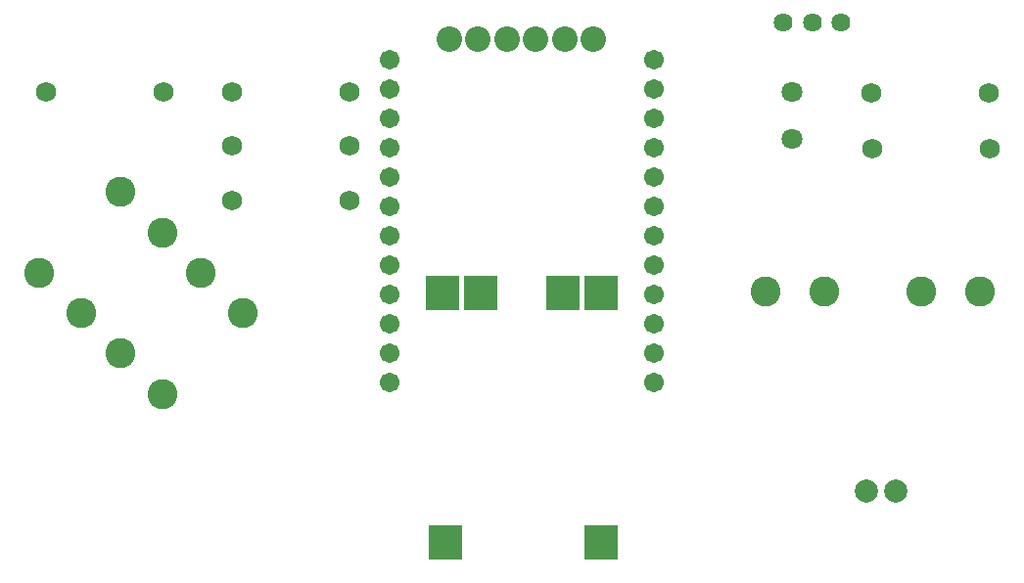
<source format=gbs>
G04 Layer: BottomSolderMaskLayer*
G04 EasyEDA v6.4.19.5, 2021-06-24T18:33:29+08:00*
G04 aead1162afaa444bbc7f75adb803ea33,99b1a7aa48a248eb80d1c8c93250a523,10*
G04 Gerber Generator version 0.2*
G04 Scale: 100 percent, Rotated: No, Reflected: No *
G04 Dimensions in millimeters *
G04 leading zeros omitted , absolute positions ,4 integer and 5 decimal *
%FSLAX45Y45*%
%MOMM*%

%ADD24C,1.6256*%
%ADD25C,1.7272*%
%ADD27C,2.0032*%
%ADD28C,1.8032*%
%ADD29C,2.6032*%
%ADD30C,1.7032*%
%ADD31C,2.2032*%

%LPD*%
D24*
G01*
X7831912Y14122400D03*
G01*
X7581900Y14122400D03*
G01*
X7331913Y14122400D03*
D25*
G01*
X8089900Y13512800D03*
G01*
X9105900Y13512800D03*
G01*
X8102600Y13030200D03*
G01*
X9118600Y13030200D03*
G36*
X5608065Y9481312D02*
G01*
X5608065Y9771634D01*
X5898134Y9771634D01*
X5898134Y9481312D01*
G37*
G36*
X4261865Y9481312D02*
G01*
X4261865Y9771634D01*
X4551934Y9771634D01*
X4551934Y9481312D01*
G37*
G36*
X4236465Y11640312D02*
G01*
X4236465Y11930634D01*
X4526534Y11930634D01*
X4526534Y11640312D01*
G37*
G36*
X5608065Y11640312D02*
G01*
X5608065Y11930634D01*
X5898134Y11930634D01*
X5898134Y11640312D01*
G37*
G36*
X4566665Y11640312D02*
G01*
X4566665Y11930634D01*
X4856734Y11930634D01*
X4856734Y11640312D01*
G37*
G36*
X5277865Y11640312D02*
G01*
X5277865Y11930634D01*
X5567934Y11930634D01*
X5567934Y11640312D01*
G37*
D27*
G01*
X8305800Y10071100D03*
G01*
X8051800Y10071100D03*
D25*
G01*
X1968500Y13525500D03*
G01*
X952500Y13525500D03*
G01*
X3581400Y13525500D03*
G01*
X2565400Y13525500D03*
G01*
X3581400Y12585700D03*
G01*
X2565400Y12585700D03*
G01*
X3581400Y13055600D03*
G01*
X2565400Y13055600D03*
D28*
G01*
X7404100Y13522197D03*
G01*
X7404100Y13122402D03*
D29*
G01*
X1960702Y12307646D03*
G01*
X1595297Y12660553D03*
G01*
X1960702Y10910646D03*
G01*
X1595297Y11263553D03*
G01*
X2659227Y11609146D03*
G01*
X2293772Y11962053D03*
G01*
X1262202Y11609146D03*
G01*
X896797Y11962053D03*
G01*
X7683500Y11798300D03*
G01*
X7175500Y11798300D03*
G01*
X9029700Y11798300D03*
G01*
X8521700Y11798300D03*
D30*
G01*
X3924300Y13804900D03*
G01*
X3924300Y13550900D03*
G01*
X3924300Y13296900D03*
G01*
X3924300Y13042900D03*
G01*
X3924300Y12788900D03*
G01*
X3924300Y12534900D03*
G01*
X3924300Y12280900D03*
G01*
X3924300Y12026900D03*
G01*
X3924300Y11772900D03*
G01*
X3924300Y11518900D03*
G01*
X3924300Y11264900D03*
G01*
X3924300Y11010900D03*
G01*
X6210300Y13804900D03*
G01*
X6210300Y13550900D03*
G01*
X6210300Y13296900D03*
G01*
X6210300Y13042900D03*
G01*
X6210300Y12788900D03*
G01*
X6210300Y12534900D03*
G01*
X6210300Y12280900D03*
G01*
X6210300Y11772900D03*
G01*
X6210300Y12026900D03*
G01*
X6210300Y11518900D03*
G01*
X6210300Y11264900D03*
G01*
X6210300Y11010900D03*
D31*
G01*
X5689600Y13982700D03*
G01*
X5439663Y13982700D03*
G01*
X5189474Y13982700D03*
G01*
X4939538Y13982700D03*
G01*
X4689602Y13982700D03*
G01*
X4439665Y13982700D03*
M02*

</source>
